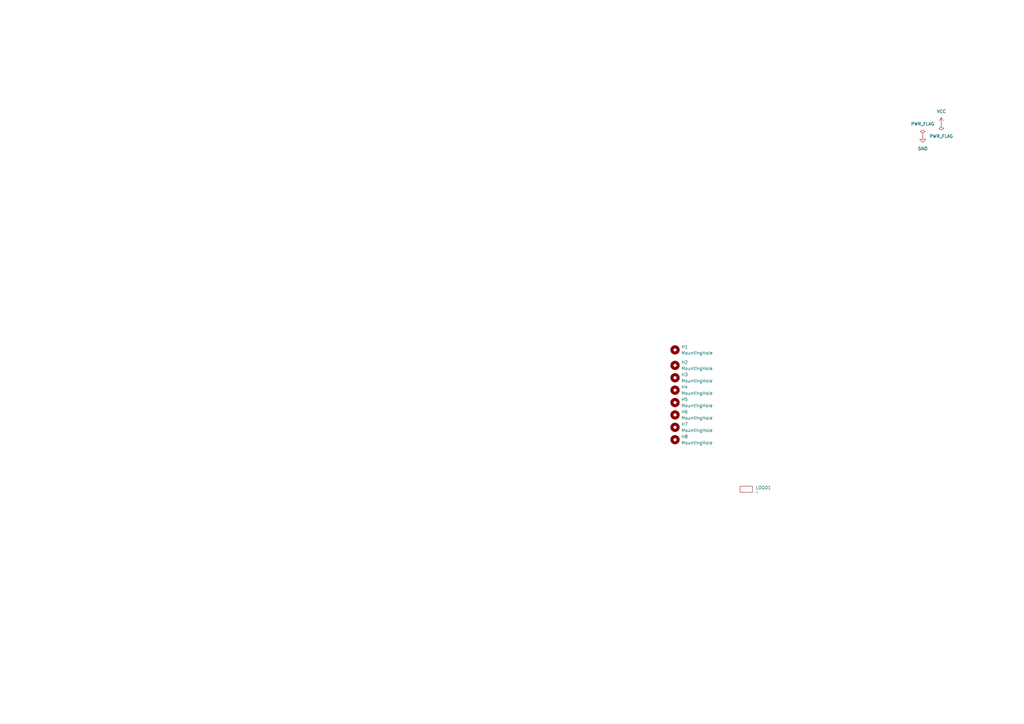
<source format=kicad_sch>
(kicad_sch (version 20250114) (generator "eeschema") (generator_version "9.0")
  (paper "A3")
  (title_block (title "hmkb44") (date "2025-05-10") (rev "V1.0"))
  (lib_symbols
    (symbol "Mechanical:MountingHole" (pin_names (offset 1.016)) (in_bom no)
      (property "Reference" "H" (at 0 5.08 0))
      (property "Value" "MountingHole" (at 0 3.175 0))
      (symbol "MountingHole_0_1"
        (circle (center 0 0) (radius 1.27) (stroke (width 1.27)))
      )
    )
    (symbol "MyLibrary:LOGO_1" (in_bom no)
      (property "Reference" "LOGO" (at 0 0 0))
      (symbol "LOGO_1_0_1"
        (rectangle (start -2.54 1.27) (end 2.54 -1.27))
      )
    )
    (symbol "power:GND" (power) (pin_numbers (hide yes)) (pin_names (offset 0) (hide yes))
      (property "Value" "GND" (at 0 -3.81 0))
      (symbol "GND_0_1"
        (polyline (pts (xy 0 0) (xy 0 -1.27) (xy 1.27 -1.27) (xy 0 -2.54) (xy -1.27 -1.27) (xy 0 -1.27)))
      )
      (symbol "GND_1_1"
        (pin power_in line (at 0 0 270) (length 0) (name "~") (number "1"))
      )
    )
    (symbol "power:PWR_FLAG" (power) (pin_numbers (hide yes)) (pin_names (offset 0) (hide yes))
      (property "Value" "PWR_FLAG" (at 0 3.81 0))
      (symbol "PWR_FLAG_0_0"
        (pin power_out line (at 0 0 90) (length 0) (name "~") (number "1"))
      )
      (symbol "PWR_FLAG_0_1"
        (polyline (pts (xy 0 0) (xy 0 1.27) (xy -1.016 1.905) (xy 0 2.54) (xy 1.016 1.905) (xy 0 1.27)))
      )
    )
    (symbol "power:VCC" (power) (pin_numbers (hide yes)) (pin_names (offset 0) (hide yes))
      (property "Value" "VCC" (at 0 3.556 0))
      (symbol "VCC_0_1"
        (polyline (pts (xy -0.762 1.27) (xy 0 2.54)))
        (polyline (pts (xy 0 2.54) (xy 0.762 1.27)))
        (polyline (pts (xy 0 0) (xy 0 2.54)))
      )
      (symbol "VCC_1_1"
        (pin power_in line (at 0 0 90) (length 0) (name "~") (number "1"))
      )
    )
  )
  (symbol (lib_id "Mechanical:MountingHole") (at 276.86 175.26 0) (unit 1) (in_bom no)
    (property "Reference" "H7" (at 279.4 173.9899 0) (effects (justify left)))
    (property "Value" "MountingHole" (at 279.4 176.5299 0) (effects (justify left)))
    (property "Footprint" "MountingHole:MountingHole_2.2mm_M2" (effects (hide yes)))
    (property "Description" "Mounting Hole without connection" (effects (hide yes)))
  )
  (symbol (lib_id "power:VCC") (at 386.08 50.8 0) (unit 1)
    (property "Reference" "#PWR01" (effects (hide yes)))
    (property "Value" "VCC" (at 386.08 45.72 0))
    (property "Description" "Power symbol creates a global label with name \"VCC\"" (effects (hide yes)))
  )
  (symbol (lib_id "Mechanical:MountingHole") (at 276.86 160.02 0) (unit 1) (in_bom no)
    (property "Reference" "H4" (at 279.4 158.7499 0) (effects (justify left)))
    (property "Value" "MountingHole" (at 279.4 161.2899 0) (effects (justify left)))
    (property "Footprint" "MountingHole:MountingHole_2.2mm_M2" (effects (hide yes)))
    (property "Description" "Mounting Hole without connection" (effects (hide yes)))
  )
  (symbol (lib_id "Mechanical:MountingHole") (at 276.86 165.1 0) (unit 1) (in_bom no)
    (property "Reference" "H5" (at 279.4 163.8299 0) (effects (justify left)))
    (property "Value" "MountingHole" (at 279.4 166.3699 0) (effects (justify left)))
    (property "Footprint" "MountingHole:MountingHole_2.2mm_M2" (effects (hide yes)))
    (property "Description" "Mounting Hole without connection" (effects (hide yes)))
  )
  (symbol (lib_id "Mechanical:MountingHole") (at 276.86 170.18 0) (unit 1) (in_bom no)
    (property "Reference" "H6" (at 279.4 168.9099 0) (effects (justify left)))
    (property "Value" "MountingHole" (at 279.4 171.4499 0) (effects (justify left)))
    (property "Footprint" "MountingHole:MountingHole_2.2mm_M2" (effects (hide yes)))
    (property "Description" "Mounting Hole without connection" (effects (hide yes)))
  )
  (symbol (lib_id "Mechanical:MountingHole") (at 276.86 149.86 0) (unit 1) (in_bom no)
    (property "Reference" "H2" (at 279.4 148.5899 0) (effects (justify left)))
    (property "Value" "MountingHole" (at 279.4 151.1299 0) (effects (justify left)))
    (property "Footprint" "MountingHole:MountingHole_2.2mm_M2" (effects (hide yes)))
    (property "Description" "Mounting Hole without connection" (effects (hide yes)))
  )
  (symbol (lib_id "power:PWR_FLAG") (at 386.08 50.8 180) (unit 1)
    (property "Reference" "#FLG02" (effects (hide yes)))
    (property "Value" "PWR_FLAG" (at 386.08 55.88 0))
    (property "Description" "Special symbol for telling ERC where power comes from" (effects (hide yes)))
  )
  (symbol (lib_id "MyLibrary:LOGO_1") (at 306.07 200.66 0) (unit 1) (in_bom no)
    (property "Reference" "LOGO1" (at 309.88 200.0249 0) (effects (justify left)))
    (property "Value" "~" (at 309.88 201.93 0) (effects (justify left)))
    (property "Footprint" "MyLibrary:LOGO" (effects (hide yes)))
  )
  (symbol (lib_id "Mechanical:MountingHole") (at 276.86 143.51 0) (unit 1) (in_bom no)
    (property "Reference" "H1" (at 279.4 142.2399 0) (effects (justify left)))
    (property "Value" "MountingHole" (at 279.4 144.7799 0) (effects (justify left)))
    (property "Footprint" "MountingHole:MountingHole_2.2mm_M2" (effects (hide yes)))
    (property "Description" "Mounting Hole without connection" (effects (hide yes)))
  )
  (symbol (lib_id "Mechanical:MountingHole") (at 276.86 154.94 0) (unit 1) (in_bom no)
    (property "Reference" "H3" (at 279.4 153.6699 0) (effects (justify left)))
    (property "Value" "MountingHole" (at 279.4 156.2099 0) (effects (justify left)))
    (property "Footprint" "MountingHole:MountingHole_2.2mm_M2" (effects (hide yes)))
    (property "Description" "Mounting Hole without connection" (effects (hide yes)))
  )
  (symbol (lib_id "power:GND") (at 378.46 55.88 0) (unit 1)
    (property "Reference" "#PWR02" (effects (hide yes)))
    (property "Value" "GND" (at 378.46 60.96 0))
    (property "Description" "Power symbol creates a global label with name \"GND\" , ground" (effects (hide yes)))
  )
  (symbol (lib_id "Mechanical:MountingHole") (at 276.86 180.34 0) (unit 1) (in_bom no)
    (property "Reference" "H8" (at 279.4 179.0699 0) (effects (justify left)))
    (property "Value" "MountingHole" (at 279.4 181.6099 0) (effects (justify left)))
    (property "Footprint" "MountingHole:MountingHole_2.2mm_M2" (effects (hide yes)))
    (property "Description" "Mounting Hole without connection" (effects (hide yes)))
  )
  (symbol (lib_id "power:PWR_FLAG") (at 378.46 55.88 0) (unit 1)
    (property "Reference" "#FLG01" (effects (hide yes)))
    (property "Value" "PWR_FLAG" (at 378.46 50.8 0))
    (property "Description" "Special symbol for telling ERC where power comes from" (effects (hide yes)))
  )
)
</source>
